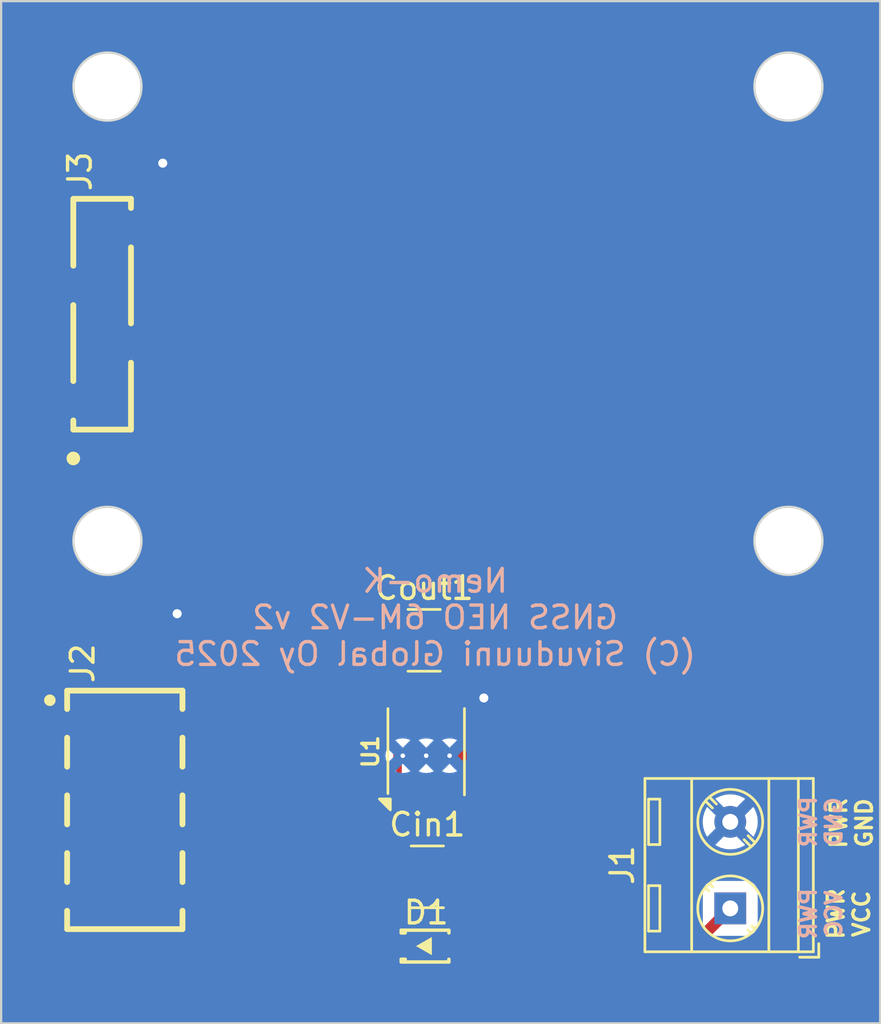
<source format=kicad_pcb>
(kicad_pcb (version 20240108) (generator "pcbnew") (generator_version "8.0")
  (layers (0 "F.Cu" signal) (31 "B.Cu" signal) (34 "B.Paste" user) (35 "F.Paste" user) (36 "B.SilkS" user "B.Silkscreen") (37 "F.SilkS" user "F.Silkscreen") (38 "B.Mask" user) (39 "F.Mask" user) (44 "Edge.Cuts" user))
  (net 0 "")
  (net 1 "Earth")
  (net 2 "+3V3")
  (net 11 "/Data")
  (net 12 "Net-(D1-K)")
  (net 13 "/PWR VCC")
  (footprint "C42379197:HDR-SMD_HX-PM2.54-1X4P-TP-YQ" (layer "F.Cu") (at 116.33 71.65 90)
    (property "Reference" "J3" (at 6.29 -0.98 90) (layer "F.SilkS"))
    (property "Value" "NEO6M")
    (fp_line (start 2.136 -1.27) (end 5.08 -1.27) (stroke (width 0.254)) (layer "F.SilkS"))
    (fp_line (start 0.404 -1.27) (end -2.944 -1.27) (stroke (width 0.254)) (layer "F.SilkS"))
    (fp_line (start -4.676 -1.27) (end -5.08 -1.27) (stroke (width 0.254)) (layer "F.SilkS"))
    (fp_line (start -5.08 -1.27) (end -5.08 1.27) (stroke (width 0.254)) (layer "F.SilkS"))
    (fp_line (start 5.08 1.27) (end 5.08 -1.27) (stroke (width 0.254)) (layer "F.SilkS"))
    (fp_line (start 4.676 1.27) (end 5.08 1.27) (stroke (width 0.254)) (layer "F.SilkS"))
    (fp_line (start -0.404 1.27) (end 2.944 1.27) (stroke (width 0.254)) (layer "F.SilkS"))
    (fp_line (start -5.08 1.27) (end -2.136 1.27) (stroke (width 0.254)) (layer "F.SilkS"))
    (fp_circle (center -6.35 -1.27) (end -6.2 -1.27) (stroke (width 0.3)) (fill none) (layer "F.SilkS"))
    (pad "1" smd rect (at -3.81 -1.8 90) (size 1.27 2.2) (layers "F.Cu" "F.Paste" "F.Mask") (net 2 "+3V3"))
    (pad "2" smd rect (at -1.27 1.8 90) (size 1.27 2.2) (layers "F.Cu" "F.Paste" "F.Mask"))
    (pad "3" smd rect (at 1.27 -1.8 90) (size 1.27 2.2) (layers "F.Cu" "F.Paste" "F.Mask") (net 11 "/Data"))
    (pad "4" smd rect (at 3.81 1.8 90) (size 1.27 2.2) (layers "F.Cu" "F.Paste" "F.Mask") (net 1 "Earth"))
  )
  (footprint "Package_LGA:Texas_SIL0010A_MicroSiP-10-1EP_3.8x3mm_P0.6mm_EP0.7x2.9mm_ThermalVias" (layer "F.Cu") (at 130.605 90.9125 90)
    (property "Reference" "U1" (at 0 -2.45 90) (layer "F.SilkS") (effects (font (size 0.7 0.7))))
    (property "Value" "LMZM23601V3SILR")
    (fp_line (start -1.84 -1.685) (end 1.9 -1.685) (stroke (width 0.12)) (layer "F.SilkS"))
    (fp_line (start -1.9 1.685) (end 1.9 1.685) (stroke (width 0.12)) (layer "F.SilkS"))
    (fp_poly (pts (xy -2.08 -1.58) (xy -2.56 -1.58) (xy -2.08 -2.06) (xy -2.08 -1.58)) (stroke (width 0.12)) (fill solid) (layer "F.SilkS"))
    (pad "1" smd roundrect (at -1.525 -1.2 90) (size 0.8 0.45) (layers "F.Cu" "F.Paste" "F.Mask") (net 1 "Earth"))
    (pad "2" smd roundrect (at -1.525 -0.6 90) (size 0.8 0.45) (layers "F.Cu" "F.Paste" "F.Mask") (net 1 "Earth"))
    (pad "3" smd roundrect (at -1.525 0 90) (size 0.8 0.45) (layers "F.Cu" "F.Paste" "F.Mask") (net 12 "Net-(D1-K)"))
    (pad "4" smd roundrect (at -1.525 0.6 90) (size 0.8 0.45) (layers "F.Cu" "F.Paste" "F.Mask") (net 12 "Net-(D1-K)"))
    (pad "5" smd roundrect (at -1.525 1.2 90) (size 0.8 0.45) (layers "F.Cu" "F.Paste" "F.Mask"))
    (pad "6" smd roundrect (at 1.525 1.2 90) (size 0.8 0.45) (layers "F.Cu" "F.Paste" "F.Mask") (net 2 "+3V3"))
    (pad "7" smd roundrect (at 1.525 0.6 90) (size 0.8 0.45) (layers "F.Cu" "F.Paste" "F.Mask") (net 2 "+3V3"))
    (pad "8" smd roundrect (at 1.525 0 90) (size 0.8 0.45) (layers "F.Cu" "F.Paste" "F.Mask"))
    (pad "9" smd roundrect (at 1.525 -0.6 90) (size 0.8 0.45) (layers "F.Cu" "F.Paste" "F.Mask"))
    (pad "10" smd roundrect (at 1.525 -1.2 90) (size 0.8 0.45) (layers "F.Cu" "F.Paste" "F.Mask"))
    (pad "11" thru_hole circle (at -0.175 -1.03 90) (size 0.5 0.5) (drill 0.2) (property pad_prop_heatsink) (layers "*.Cu" "In1.Cu" "In2.Cu" "In3.Cu" "In4.Cu" "In5.Cu" "In6.Cu" "In7.Cu" "In8.Cu" "In9.Cu" "In10.Cu" "In11.Cu" "In12.Cu" "In13.Cu" "In14.Cu" "In15.Cu" "In16.Cu" "In17.Cu" "In18.Cu" "In19.Cu" "In20.Cu" "In21.Cu" "In22.Cu" "In23.Cu" "In24.Cu" "In25.Cu" "In26.Cu" "In27.Cu" "In28.Cu" "In29.Cu" "In30.Cu") (net 1 "Earth"))
    (pad "11" thru_hole circle (at -0.175 0 90) (size 0.5 0.5) (drill 0.2) (property pad_prop_heatsink) (layers "*.Cu" "In1.Cu" "In2.Cu" "In3.Cu" "In4.Cu" "In5.Cu" "In6.Cu" "In7.Cu" "In8.Cu" "In9.Cu" "In10.Cu" "In11.Cu" "In12.Cu" "In13.Cu" "In14.Cu" "In15.Cu" "In16.Cu" "In17.Cu" "In18.Cu" "In19.Cu" "In20.Cu" "In21.Cu" "In22.Cu" "In23.Cu" "In24.Cu" "In25.Cu" "In26.Cu" "In27.Cu" "In28.Cu" "In29.Cu" "In30.Cu") (net 1 "Earth"))
    (pad "11" smd rect (at -0.175 0 90) (size 0.5 2.56) (property pad_prop_heatsink) (layers "B.Cu") (net 1 "Earth"))
    (pad "11" smd rect (at -0.175 0 90) (size 0.7 2.9) (property pad_prop_heatsink) (layers "F.Cu" "F.Mask") (net 1 "Earth"))
    (pad "11" thru_hole circle (at -0.175 1.03 90) (size 0.5 0.5) (drill 0.2) (property pad_prop_heatsink) (layers "*.Cu" "In1.Cu" "In2.Cu" "In3.Cu" "In4.Cu" "In5.Cu" "In6.Cu" "In7.Cu" "In8.Cu" "In9.Cu" "In10.Cu" "In11.Cu" "In12.Cu" "In13.Cu" "In14.Cu" "In15.Cu" "In16.Cu" "In17.Cu" "In18.Cu" "In19.Cu" "In20.Cu" "In21.Cu" "In22.Cu" "In23.Cu" "In24.Cu" "In25.Cu" "In26.Cu" "In27.Cu" "In28.Cu" "In29.Cu" "In30.Cu") (net 1 "Earth"))
  )
  (footprint "Capacitor_SMD:C_1210_3225Metric" (layer "F.Cu") (at 130.515 86.0075)
    (property "Reference" "Cout1" (at 0 -2.3 0) (layer "F.SilkS"))
    (property "Value" "33μF (6.3V)")
    (fp_line (start -0.711252 -1.36) (end 0.711252 -1.36) (stroke (width 0.12)) (layer "F.SilkS"))
    (fp_line (start -0.711252 1.36) (end 0.711252 1.36) (stroke (width 0.12)) (layer "F.SilkS"))
    (pad "1" smd roundrect (at -1.475 0) (size 1.15 2.7) (layers "F.Cu" "F.Paste" "F.Mask") (roundrect_rratio 0.217391) (net 2 "+3V3"))
    (pad "2" smd roundrect (at 1.475 0) (size 1.15 2.7) (layers "F.Cu" "F.Paste" "F.Mask") (roundrect_rratio 0.217391) (net 1 "Earth"))
  )
  (footprint "C3975149:HDR-SMD_8P-P2.54-V-F-R2-C4-S7.1" (layer "F.Cu") (at 117.328 93.472 -90)
    (property "Reference" "J2" (at -6.452 1.858 90) (layer "F.SilkS"))
    (property "Value" "ESP-01S" (hide yes))
    (fp_line (start -5.25 2.54) (end -4.441 2.54) (stroke (width 0.254)) (layer "F.SilkS"))
    (fp_line (start -3.179 2.54) (end -1.901 2.54) (stroke (width 0.254)) (layer "F.SilkS"))
    (fp_line (start -0.639 2.54) (end 0.639 2.54) (stroke (width 0.254)) (layer "F.SilkS"))
    (fp_line (start 1.901 2.54) (end 3.179 2.54) (stroke (width 0.254)) (layer "F.SilkS"))
    (fp_line (start 4.441 2.54) (end 5.25 2.54) (stroke (width 0.254)) (layer "F.SilkS"))
    (fp_line (start -5.25 -2.54) (end -5.25 2.54) (stroke (width 0.254)) (layer "F.SilkS"))
    (fp_line (start -5.25 -2.54) (end -4.441 -2.54) (stroke (width 0.254)) (layer "F.SilkS"))
    (fp_line (start -3.179 -2.54) (end -1.901 -2.54) (stroke (width 0.254)) (layer "F.SilkS"))
    (fp_line (start -0.639 -2.54) (end 0.639 -2.54) (stroke (width 0.254)) (layer "F.SilkS"))
    (fp_line (start 1.901 -2.54) (end 3.179 -2.54) (stroke (width 0.254)) (layer "F.SilkS"))
    (fp_line (start 4.441 -2.54) (end 5.25 -2.54) (stroke (width 0.254)) (layer "F.SilkS"))
    (fp_line (start 5.25 -2.54) (end 5.25 2.54) (stroke (width 0.254)) (layer "F.SilkS"))
    (fp_circle (center -4.826 3.302) (end -4.699 3.302) (stroke (width 0.254)) (fill none) (layer "F.SilkS"))
    (pad "1" smd rect (at -3.81 -2.4 270) (size 0.8 3.2) (layers "F.Cu" "F.Paste" "F.Mask") (net 1 "Earth"))
    (pad "2" smd rect (at -3.81 2.4 270) (size 0.8 3.2) (layers "F.Cu" "F.Paste" "F.Mask"))
    (pad "3" smd rect (at -1.27 -2.4 270) (size 0.8 3.2) (layers "F.Cu" "F.Paste" "F.Mask"))
    (pad "4" smd rect (at -1.27 2.4 270) (size 0.8 3.2) (layers "F.Cu" "F.Paste" "F.Mask") (net 2 "+3V3"))
    (pad "5" smd rect (at 1.27 -2.4 270) (size 0.8 3.2) (layers "F.Cu" "F.Paste" "F.Mask"))
    (pad "6" smd rect (at 1.27 2.4 270) (size 0.8 3.2) (layers "F.Cu" "F.Paste" "F.Mask"))
    (pad "7" smd rect (at 3.81 -2.4 270) (size 0.8 3.2) (layers "F.Cu" "F.Paste" "F.Mask") (net 11 "/Data"))
    (pad "8" smd rect (at 3.81 2.4 270) (size 0.8 3.2) (layers "F.Cu" "F.Paste" "F.Mask") (net 2 "+3V3"))
  )
  (footprint "Capacitor_SMD:C_1210_3225Metric" (layer "F.Cu") (at 130.654 96.4215)
    (property "Reference" "Cin1" (at 0 -2.3 0) (layer "F.SilkS"))
    (property "Value" "10μF (50V)")
    (fp_line (start -0.711252 -1.36) (end 0.711252 -1.36) (stroke (width 0.12)) (layer "F.SilkS"))
    (fp_line (start -0.711252 1.36) (end 0.711252 1.36) (stroke (width 0.12)) (layer "F.SilkS"))
    (pad "1" smd roundrect (at -1.475 0) (size 1.15 2.7) (layers "F.Cu" "F.Paste" "F.Mask") (roundrect_rratio 0.217391) (net 12 "Net-(D1-K)"))
    (pad "2" smd roundrect (at 1.475 0) (size 1.15 2.7) (layers "F.Cu" "F.Paste" "F.Mask") (roundrect_rratio 0.217391) (net 1 "Earth"))
  )
  (footprint "TerminalBlock_MetzConnect:TerminalBlock_MetzConnect_Type086_RT03402HBLC_1x02_P3.81mm_Horizontal" (layer "F.Cu") (at 144 97.81 90)
    (property "Reference" "J1" (at 1.905 -4.76 90) (layer "F.SilkS"))
    (property "Value" "PWR")
    (fp_line (start 5.72 -3.76) (end 5.72 3.66) (stroke (width 0.12)) (layer "F.SilkS"))
    (fp_line (start -1.91 -3.76) (end 5.72 -3.76) (stroke (width 0.12)) (layer "F.SilkS"))
    (fp_line (start -1.91 -3.76) (end -1.91 3.66) (stroke (width 0.12)) (layer "F.SilkS"))
    (fp_line (start 4.81 -3.6) (end 4.81 -3.1) (stroke (width 0.12)) (layer "F.SilkS"))
    (fp_line (start 2.81 -3.6) (end 4.81 -3.6) (stroke (width 0.12)) (layer "F.SilkS"))
    (fp_line (start 2.81 -3.6) (end 2.81 -3.1) (stroke (width 0.12)) (layer "F.SilkS"))
    (fp_line (start 1 -3.6) (end 1 -3.1) (stroke (width 0.12)) (layer "F.SilkS"))
    (fp_line (start -1 -3.6) (end 1 -3.6) (stroke (width 0.12)) (layer "F.SilkS"))
    (fp_line (start -1 -3.6) (end -1 -3.1) (stroke (width 0.12)) (layer "F.SilkS"))
    (fp_line (start 2.81 -3.1) (end 4.81 -3.1) (stroke (width 0.12)) (layer "F.SilkS"))
    (fp_line (start -1 -3.1) (end 1 -3.1) (stroke (width 0.12)) (layer "F.SilkS"))
    (fp_line (start -1.91 -1.7) (end 5.72 -1.7) (stroke (width 0.12)) (layer "F.SilkS"))
    (fp_line (start 4.721 -1.085) (end 4.421 -0.786) (stroke (width 0.12)) (layer "F.SilkS"))
    (fp_line (start 0.911 -1.085) (end 0.771 -0.945) (stroke (width 0.12)) (layer "F.SilkS"))
    (fp_line (start 4.895 -0.91) (end 4.596 -0.611) (stroke (width 0.12)) (layer "F.SilkS"))
    (fp_line (start 1.085 -0.91) (end 0.945 -0.771) (stroke (width 0.12)) (layer "F.SilkS"))
    (fp_line (start 3.025 0.611) (end 2.726 0.91) (stroke (width 0.12)) (layer "F.SilkS"))
    (fp_line (start -0.946 0.771) (end -1.085 0.91) (stroke (width 0.12)) (layer "F.SilkS"))
    (fp_line (start 3.2 0.786) (end 2.9 1.085) (stroke (width 0.12)) (layer "F.SilkS"))
    (fp_line (start -0.771 0.945) (end -0.911 1.085) (stroke (width 0.12)) (layer "F.SilkS"))
    (fp_line (start -1.91 1.701) (end 5.72 1.701) (stroke (width 0.12)) (layer "F.SilkS"))
    (fp_line (start -1.91 3) (end 5.72 3) (stroke (width 0.12)) (layer "F.SilkS"))
    (fp_line (start -2.15 3.06) (end -2.15 3.9) (stroke (width 0.12)) (layer "F.SilkS"))
    (fp_line (start -1.91 3.66) (end 5.72 3.66) (stroke (width 0.12)) (layer "F.SilkS"))
    (fp_line (start -2.15 3.9) (end -1.55 3.9) (stroke (width 0.12)) (layer "F.SilkS"))
    (fp_circle (center 3.81 0) (end 5.24 0) (stroke (width 0.12)) (fill none) (layer "F.SilkS"))
    (fp_circle (center 0 0) (end 1.43 0) (stroke (width 0.12)) (fill none) (layer "F.SilkS"))
    (pad "1" thru_hole rect (at 0 0 90) (size 1.4 1.4) (drill 0.7) (layers "*.Cu" "*.Mask" "In1.Cu" "In2.Cu" "In3.Cu" "In4.Cu" "In5.Cu" "In6.Cu" "In7.Cu" "In8.Cu" "In9.Cu" "In10.Cu" "In11.Cu" "In12.Cu" "In13.Cu" "In14.Cu" "In15.Cu" "In16.Cu" "In17.Cu" "In18.Cu" "In19.Cu" "In20.Cu" "In21.Cu" "In22.Cu" "In23.Cu" "In24.Cu" "In25.Cu" "In26.Cu" "In27.Cu" "In28.Cu" "In29.Cu" "In30.Cu") (net 13 "/PWR VCC"))
    (pad "2" thru_hole circle (at 3.81 0 90) (size 1.4 1.4) (drill 0.7) (layers "*.Cu" "*.Mask" "In1.Cu" "In2.Cu" "In3.Cu" "In4.Cu" "In5.Cu" "In6.Cu" "In7.Cu" "In8.Cu" "In9.Cu" "In10.Cu" "In11.Cu" "In12.Cu" "In13.Cu" "In14.Cu" "In15.Cu" "In16.Cu" "In17.Cu" "In18.Cu" "In19.Cu" "In20.Cu" "In21.Cu" "In22.Cu" "In23.Cu" "In24.Cu" "In25.Cu" "In26.Cu" "In27.Cu" "In28.Cu" "In29.Cu" "In30.Cu") (net 1 "Earth"))
  )
  (footprint "C5174649:SOD-323_L1.7-W1.3-LS2.5-RD" (layer "F.Cu") (at 130.605 99.4695)
    (property "Reference" "D1" (at 0 -1.476 0) (layer "F.SilkS"))
    (property "Value" "D")
    (fp_line (start -1.1 -0.7) (end -1.1 -0.58) (stroke (width 0.152)) (layer "F.SilkS"))
    (fp_line (start -1.1 0.58) (end -1.1 0.7) (stroke (width 0.152)) (layer "F.SilkS"))
    (fp_line (start -1.1 0.58) (end -0.927 0.58) (stroke (width 0.152)) (layer "F.SilkS"))
    (fp_line (start -1.1 0.7) (end 0.9 0.7) (stroke (width 0.152)) (layer "F.SilkS"))
    (fp_line (start -1.0135 -0.58) (end -1.0135 -0.7) (stroke (width 0.152)) (layer "F.SilkS"))
    (fp_line (start -1.0135 0.7) (end -1.0135 0.58) (stroke (width 0.152)) (layer "F.SilkS"))
    (fp_line (start -0.927 -0.7) (end -0.927 -0.58) (stroke (width 0.152)) (layer "F.SilkS"))
    (fp_line (start -0.927 -0.58) (end -1.1 -0.58) (stroke (width 0.152)) (layer "F.SilkS"))
    (fp_line (start -0.927 0.58) (end -0.927 0.7) (stroke (width 0.152)) (layer "F.SilkS"))
    (fp_line (start 0.9 -0.7) (end -1.1 -0.7) (stroke (width 0.152)) (layer "F.SilkS"))
    (fp_line (start 0.9 0.7) (end 1 0.7) (stroke (width 0.152)) (layer "F.SilkS"))
    (fp_line (start 1 -0.7) (end 0.9 -0.7) (stroke (width 0.152)) (layer "F.SilkS"))
    (fp_line (start 1 -0.58) (end 1 -0.7) (stroke (width 0.152)) (layer "F.SilkS"))
    (fp_line (start 1 0.7) (end 1 0.58) (stroke (width 0.152)) (layer "F.SilkS"))
    (fp_poly (pts (xy -0.45 0) (xy 0.25 -0.4) (xy 0.25 0.4)) (fill solid) (layer "F.SilkS"))
    (pad "1" smd rect (at -1.2 0) (size 0.8 0.8) (layers "F.Cu" "F.Paste" "F.Mask") (net 12 "Net-(D1-K)"))
    (pad "2" smd rect (at 1.2 0) (size 0.8 0.8) (layers "F.Cu" "F.Paste" "F.Mask") (net 13 "/PWR VCC"))
  )
  (gr_circle (center 146.564 81.628) (end 148.064 81.628) (stroke (width 0.1)) (fill none) (layer "Edge.Cuts"))
  (gr_circle (center 146.564 61.628) (end 148.064 61.628) (stroke (width 0.1)) (fill none) (layer "Edge.Cuts"))
  (gr_circle (center 116.564 61.628) (end 118.064 61.628) (stroke (width 0.1)) (fill none) (layer "Edge.Cuts"))
  (gr_circle (center 116.564 81.628) (end 118.064 81.628) (stroke (width 0.1)) (fill none) (layer "Edge.Cuts"))
  (gr_rect (start 111.88 57.866) (end 150.606 102.87) (stroke (width 0.1)) (fill none) (layer "Edge.Cuts"))
  (gr_text "PWR\nGND" (at 148 94 90) (layer "B.SilkS") (effects (font (size 0.7 0.7)) (justify mirror)))
  (gr_text "PWR\nVCC" (at 148 98.044 90) (layer "B.SilkS") (effects (font (size 0.7 0.7)) (justify mirror)))
  (gr_text "Nemo-K\nGNSS NEO 6M-V2 v2\n(C) Sivuduuni Global Oy 2025" (at 131 85 0) (layer "B.SilkS") (effects (font (size 1 1)) (justify mirror)))
  (gr_text "PWR\nGND" (at 149.34 94.05 90) (layer "F.SilkS") (effects (font (size 0.7 0.7))))
  (gr_text "PWR\nVCC" (at 149.22 98.05 90) (layer "F.SilkS") (effects (font (size 0.7 0.7))))
  (segment (start 119.728 84.93) (end 119.634 84.836) (width 0.5) (layer "F.Cu") (net 1))
  (segment (start 118.364 67.818) (end 118.364 65.636) (width 0.5) (layer "F.Cu") (net 1))
  (segment (start 130.005 92.4375) (end 129.405 92.4375) (width 0.25) (layer "F.Cu") (net 1))
  (segment (start 118.364 65.636) (end 119 65) (width 0.5) (layer "F.Cu") (net 1))
  (segment (start 133.145 91.0875) (end 133.145 88.5475) (width 0.5) (layer "F.Cu") (net 1))
  (segment (start 131.99 86.0075) (end 131.99 87.3925) (width 0.5) (layer "F.Cu") (net 1))
  (segment (start 132.129 96.4215) (end 133.145 95.4055) (width 0.5) (layer "F.Cu") (net 1))
  (segment (start 131.99 87.3925) (end 133.145 88.5475) (width 0.5) (layer "F.Cu") (net 1))
  (segment (start 129.405 91.2575) (end 129.575 91.0875) (width 0.25) (layer "F.Cu") (net 1))
  (segment (start 129.405 92.4375) (end 129.405 91.2575) (width 0.25) (layer "F.Cu") (net 1))
  (segment (start 119.728 89.662) (end 119.728 84.93) (width 0.5) (layer "F.Cu") (net 1))
  (segment (start 133.145 95.4055) (end 133.145 91.0875) (width 0.5) (layer "F.Cu") (net 1))
  (segment (start 130.605 91.0875) (end 133.145 91.0875) (width 0.5) (layer "F.Cu") (net 1))
  (via (at 119 65) (size 0.8) (drill 0.4) (layers "F.Cu" "B.Cu") (net 1))
  (via (at 133.145 88.5475) (size 0.8) (drill 0.4) (layers "F.Cu" "B.Cu") (net 1))
  (via (at 119.634 84.836) (size 0.8) (drill 0.4) (layers "F.Cu" "B.Cu") (net 1))
  (segment (start 117.348 93.726) (end 115.824 92.202) (width 0.5) (layer "F.Cu") (net 2))
  (segment (start 124.77 96.77) (end 124.77 90.2775) (width 0.5) (layer "F.Cu") (net 2))
  (segment (start 117.41 90.62) (end 117.41 84.57) (width 0.5) (layer "F.Cu") (net 2))
  (segment (start 114.928 97.282) (end 116.078 97.282) (width 0.5) (layer "F.Cu") (net 2))
  (segment (start 131.205 89.3875) (end 131.805 89.3875) (width 0.25) (layer "F.Cu") (net 2))
  (segment (start 119.04 82.94) (end 119.04 79.97) (width 0.5) (layer "F.Cu") (net 2))
  (segment (start 117.348 96.012) (end 117.348 93.726) (width 0.5) (layer "F.Cu") (net 2))
  (segment (start 115.822 97.282) (end 118.31 99.77) (width 0.5) (layer "F.Cu") (net 2))
  (segment (start 114.928 92.202) (end 115.828 92.202) (width 0.5) (layer "F.Cu") (net 2))
  (segment (start 116.078 97.282) (end 117.348 96.012) (width 0.5) (layer "F.Cu") (net 2))
  (segment (start 124.77 90.2775) (end 129.04 86.0075) (width 0.5) (layer "F.Cu") (net 2))
  (segment (start 114.928 92.202) (end 115.824 92.202) (width 0.5) (layer "F.Cu") (net 2))
  (segment (start 118.31 99.77) (end 121.77 99.77) (width 0.5) (layer "F.Cu") (net 2))
  (segment (start 121.77 99.77) (end 124.77 96.77) (width 0.5) (layer "F.Cu") (net 2))
  (segment (start 129.04 86.0075) (end 131.205 88.1725) (width 0.5) (layer "F.Cu") (net 2))
  (segment (start 131.205 88.1725) (end 131.205 89.3875) (width 0.5) (layer "F.Cu") (net 2))
  (segment (start 115.828 92.202) (end 117.41 90.62) (width 0.5) (layer "F.Cu") (net 2))
  (segment (start 117.41 84.57) (end 119.04 82.94) (width 0.5) (layer "F.Cu") (net 2))
  (segment (start 114.928 97.282) (end 115.822 97.282) (width 0.5) (layer "F.Cu") (net 2))
  (segment (start 119.04 79.97) (end 114.53 75.46) (width 0.5) (layer "F.Cu") (net 2))
  (segment (start 119.728 97.282) (end 122 95.01) (width 0.25) (layer "F.Cu") (net 11))
  (segment (start 122 71) (end 121.358 70.358) (width 0.25) (layer "F.Cu") (net 11))
  (segment (start 122 95.01) (end 122 71) (width 0.25) (layer "F.Cu") (net 11))
  (segment (start 121.358 70.358) (end 114.764 70.358) (width 0.25) (layer "F.Cu") (net 11))
  (segment (start 129.405 96.6475) (end 129.179 96.4215) (width 0.25) (layer "F.Cu") (net 12))
  (segment (start 129.405 99.4695) (end 129.405 96.6475) (width 0.5) (layer "F.Cu") (net 12))
  (segment (start 130.605 92.4375) (end 131.205 92.4375) (width 0.25) (layer "F.Cu") (net 12))
  (segment (start 130.605 94.9955) (end 130.605 92.4375) (width 0.5) (layer "F.Cu") (net 12))
  (segment (start 129.179 96.4215) (end 130.605 94.9955) (width 0.5) (layer "F.Cu") (net 12))
  (segment (start 142.3405 99.4695) (end 144 97.81) (width 0.5) (layer "F.Cu") (net 13))
  (segment (start 131.805 99.4695) (end 142.3405 99.4695) (width 0.5) (layer "F.Cu") (net 13))
  (zone (net 1) (net_name "Earth") (layer "B.Cu") (name "Earth") (connect_pads (clearance 0.508)) (min_thickness 0.254) (fill yes (thermal_gap 0.508) (thermal_bridge_width 0.508))
    (polygon (pts (xy 150.606 102.87) (xy 111.88 102.87) (xy 111.88 57.866) (xy 150.606 57.866)))
  )
)
</source>
